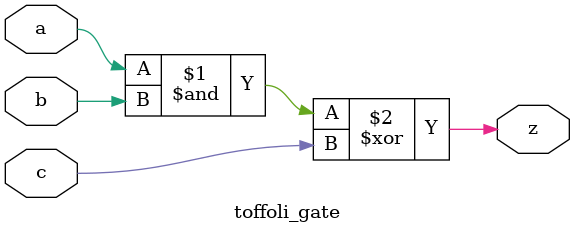
<source format=v>
`timescale 1ns / 1ps


module toffoli_gate(output z, input a, input b, input c);
    assign z = (a & b) ^ c;
endmodule
</source>
